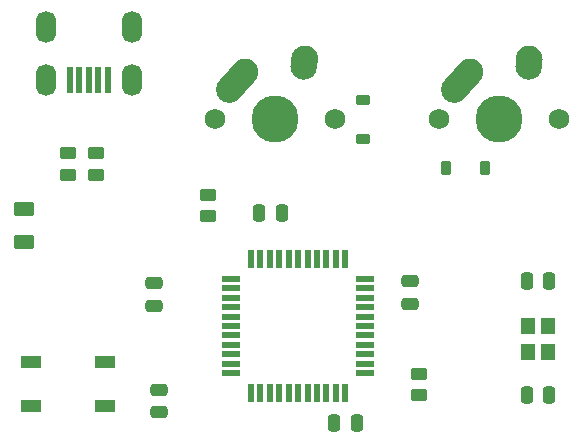
<source format=gbs>
G04 #@! TF.GenerationSoftware,KiCad,Pcbnew,8.0.2*
G04 #@! TF.CreationDate,2024-12-03T18:18:40-08:00*
G04 #@! TF.ProjectId,keypad-pcb,6b657970-6164-42d7-9063-622e6b696361,rev?*
G04 #@! TF.SameCoordinates,Original*
G04 #@! TF.FileFunction,Soldermask,Bot*
G04 #@! TF.FilePolarity,Negative*
%FSLAX46Y46*%
G04 Gerber Fmt 4.6, Leading zero omitted, Abs format (unit mm)*
G04 Created by KiCad (PCBNEW 8.0.2) date 2024-12-03 18:18:40*
%MOMM*%
%LPD*%
G01*
G04 APERTURE LIST*
G04 Aperture macros list*
%AMRoundRect*
0 Rectangle with rounded corners*
0 $1 Rounding radius*
0 $2 $3 $4 $5 $6 $7 $8 $9 X,Y pos of 4 corners*
0 Add a 4 corners polygon primitive as box body*
4,1,4,$2,$3,$4,$5,$6,$7,$8,$9,$2,$3,0*
0 Add four circle primitives for the rounded corners*
1,1,$1+$1,$2,$3*
1,1,$1+$1,$4,$5*
1,1,$1+$1,$6,$7*
1,1,$1+$1,$8,$9*
0 Add four rect primitives between the rounded corners*
20,1,$1+$1,$2,$3,$4,$5,0*
20,1,$1+$1,$4,$5,$6,$7,0*
20,1,$1+$1,$6,$7,$8,$9,0*
20,1,$1+$1,$8,$9,$2,$3,0*%
%AMHorizOval*
0 Thick line with rounded ends*
0 $1 width*
0 $2 $3 position (X,Y) of the first rounded end (center of the circle)*
0 $4 $5 position (X,Y) of the second rounded end (center of the circle)*
0 Add line between two ends*
20,1,$1,$2,$3,$4,$5,0*
0 Add two circle primitives to create the rounded ends*
1,1,$1,$2,$3*
1,1,$1,$4,$5*%
G04 Aperture macros list end*
%ADD10C,1.750000*%
%ADD11C,3.987800*%
%ADD12HorizOval,2.250000X0.655001X0.730000X-0.655001X-0.730000X0*%
%ADD13C,2.250000*%
%ADD14HorizOval,2.250000X0.020000X0.290000X-0.020000X-0.290000X0*%
%ADD15RoundRect,0.225000X-0.225000X-0.375000X0.225000X-0.375000X0.225000X0.375000X-0.225000X0.375000X0*%
%ADD16RoundRect,0.250000X0.250000X0.475000X-0.250000X0.475000X-0.250000X-0.475000X0.250000X-0.475000X0*%
%ADD17RoundRect,0.250000X-0.625000X0.375000X-0.625000X-0.375000X0.625000X-0.375000X0.625000X0.375000X0*%
%ADD18RoundRect,0.250000X-0.450000X0.262500X-0.450000X-0.262500X0.450000X-0.262500X0.450000X0.262500X0*%
%ADD19RoundRect,0.250000X0.475000X-0.250000X0.475000X0.250000X-0.475000X0.250000X-0.475000X-0.250000X0*%
%ADD20RoundRect,0.250000X-0.475000X0.250000X-0.475000X-0.250000X0.475000X-0.250000X0.475000X0.250000X0*%
%ADD21RoundRect,0.250000X0.450000X-0.262500X0.450000X0.262500X-0.450000X0.262500X-0.450000X-0.262500X0*%
%ADD22R,1.500000X0.550000*%
%ADD23R,0.550000X1.500000*%
%ADD24RoundRect,0.225000X0.375000X-0.225000X0.375000X0.225000X-0.375000X0.225000X-0.375000X-0.225000X0*%
%ADD25R,1.200000X1.400000*%
%ADD26R,0.500000X2.250000*%
%ADD27O,1.700000X2.700000*%
%ADD28RoundRect,0.250000X-0.250000X-0.475000X0.250000X-0.475000X0.250000X0.475000X-0.250000X0.475000X0*%
%ADD29R,1.800000X1.100000*%
G04 APERTURE END LIST*
D10*
X69429000Y-63817000D03*
D11*
X74509000Y-63817000D03*
D10*
X79589000Y-63817000D03*
D12*
X71354001Y-60547000D03*
D13*
X72009000Y-59817000D03*
D14*
X77029000Y-59027000D03*
D13*
X77049000Y-58737000D03*
D10*
X88471117Y-63814802D03*
D11*
X93551117Y-63814802D03*
D10*
X98631117Y-63814802D03*
D12*
X90396118Y-60544802D03*
D13*
X91051117Y-59814802D03*
D14*
X96071117Y-59024802D03*
D13*
X96091117Y-58734802D03*
D15*
X89028000Y-67945000D03*
X92328000Y-67945000D03*
D16*
X81468000Y-89535000D03*
X79568000Y-89535000D03*
D17*
X53316000Y-71398000D03*
X53316000Y-74198000D03*
D18*
X86741000Y-85386500D03*
X86741000Y-87211500D03*
D19*
X85979000Y-79436000D03*
X85979000Y-77536000D03*
D18*
X56999000Y-66678500D03*
X56999000Y-68503500D03*
D16*
X97785000Y-87150500D03*
X95885000Y-87150500D03*
D20*
X64313000Y-77714000D03*
X64313000Y-79614000D03*
D21*
X68834000Y-72032500D03*
X68834000Y-70207500D03*
D22*
X70805000Y-85331000D03*
X70805000Y-84531000D03*
X70805000Y-83731000D03*
X70805000Y-82931000D03*
X70805000Y-82131000D03*
X70805000Y-81331000D03*
X70805000Y-80531000D03*
X70805000Y-79731000D03*
X70805000Y-78931000D03*
X70805000Y-78131000D03*
X70805000Y-77331000D03*
D23*
X72505000Y-75631000D03*
X73305000Y-75631000D03*
X74105000Y-75631000D03*
X74905000Y-75631000D03*
X75705000Y-75631000D03*
X76505000Y-75631000D03*
X77305000Y-75631000D03*
X78105000Y-75631000D03*
X78905000Y-75631000D03*
X79705000Y-75631000D03*
X80505000Y-75631000D03*
D22*
X82205000Y-77331000D03*
X82205000Y-78131000D03*
X82205000Y-78931000D03*
X82205000Y-79731000D03*
X82205000Y-80531000D03*
X82205000Y-81331000D03*
X82205000Y-82131000D03*
X82205000Y-82931000D03*
X82205000Y-83731000D03*
X82205000Y-84531000D03*
X82205000Y-85331000D03*
D23*
X80505000Y-87031000D03*
X79705000Y-87031000D03*
X78905000Y-87031000D03*
X78105000Y-87031000D03*
X77305000Y-87031000D03*
X76505000Y-87031000D03*
X75705000Y-87031000D03*
X74905000Y-87031000D03*
X74105000Y-87031000D03*
X73305000Y-87031000D03*
X72505000Y-87031000D03*
D24*
X81967117Y-65523281D03*
X81967117Y-62223281D03*
D25*
X95985000Y-83551500D03*
X95985000Y-81351500D03*
X97685000Y-81351500D03*
X97685000Y-83551500D03*
D21*
X59412000Y-68503500D03*
X59412000Y-66678500D03*
D20*
X64694000Y-86731000D03*
X64694000Y-88631000D03*
D26*
X60377000Y-60492000D03*
X59577000Y-60492000D03*
X58777000Y-60492000D03*
X57977000Y-60492000D03*
X57177000Y-60492000D03*
D27*
X62427000Y-55992000D03*
X55127000Y-55992000D03*
X62427000Y-60492000D03*
X55127000Y-60492000D03*
D28*
X95885000Y-77498500D03*
X97785000Y-77498500D03*
D29*
X60123000Y-84383000D03*
X53923000Y-88083000D03*
X60123000Y-88083000D03*
X53923000Y-84383000D03*
D28*
X73218000Y-71755000D03*
X75118000Y-71755000D03*
M02*

</source>
